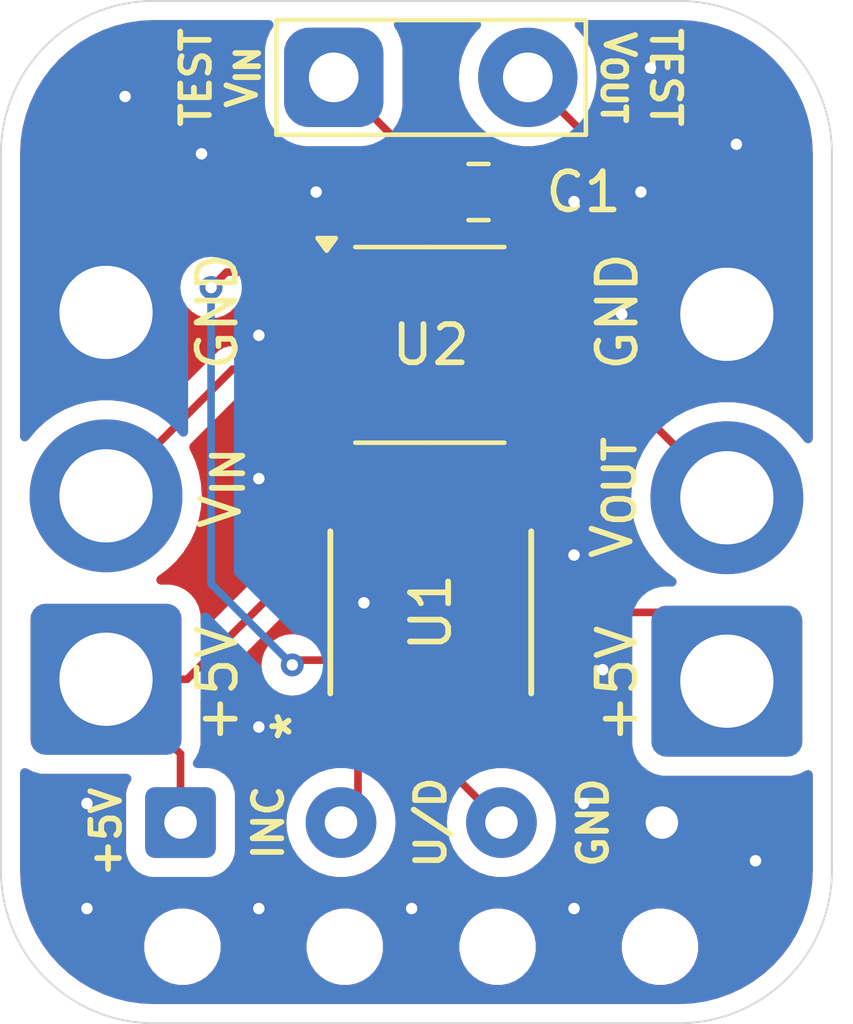
<source format=kicad_pcb>
(kicad_pcb (version 20240108) (generator "pcbnew") (generator_version "8.0")
  (layers (0 "F.Cu" signal) (31 "B.Cu" signal) (34 "B.Paste" user) (35 "F.Paste" user) (36 "B.SilkS" user "B.Silkscreen") (37 "F.SilkS" user "F.Silkscreen") (38 "B.Mask" user) (39 "F.Mask" user) (44 "Edge.Cuts" user))
  (net 0 "")
  (net 1 "GND")
  (net 2 "+5V")
  (net 3 "V_{IN}")
  (net 4 "V_{OUT}")
  (net 5 "U{slash}D")
  (net 6 "INC")
  (net 7 "Net-(U1-VW{slash}RW)")
  (net 8 "Net-(U1-VH{slash}RH)")
  (footprint "MountingHole:MountingHole_1.5mm" (layer "F.Cu") (at 113.75 88.5 90)
    (property "Reference" "INC" (at 3.25 -2 -90) (layer "F.SilkS") (effects (font (size 0.75 0.75))))
    (property "Value" "MountingHole" (hide yes))
    (pad "" np_thru_hole circle (at 0 0 90) (size 1.5 1.5) (drill 1.5) (layers "F&B.Cu" "*.Mask"))
  )
  (footprint "Connector_Wire:SolderWire-0.75sqmm_1x03_P4.8mm_D1.25mm_OD2.3mm" (layer "F.Cu") (at 107.5 81.5 90)
    (property "Reference" "V_{IN}" (at 5 3 90) (layer "F.SilkS"))
    (property "Value" "Pigtail In")
    (pad "1" thru_hole roundrect (at 0 0 90) (size 3.95 3.95) (drill 2.44) (layers "*.Cu" "*.Mask") (roundrect_rratio 0.098039) (net 2 "+5V"))
    (pad "2" thru_hole circle (at 4.8 0 90) (size 4 4) (drill 2.44) (layers "*.Cu" "*.Mask") (net 3 "V_{IN}"))
    (pad "3" thru_hole circle (at 9.6 0 90) (size 4 4) (drill 2.44) (layers "*.Cu" "*.Mask") (net 1 "GND"))
  )
  (footprint "X9C103SZT1:X9C103SZT1_REN" (layer "F.Cu") (at 116 79.75 90)
    (property "Reference" "U1" (at 0 0 90) (layer "F.SilkS"))
    (property "Value" "X9C103SZT1")
    (fp_line (start 2.1209 -2.6289) (end -2.1209 -2.6289) (stroke (width 0.1524)) (layer "F.SilkS"))
    (fp_line (start -2.1209 2.6289) (end 2.1209 2.6289) (stroke (width 0.1524)) (layer "F.SilkS"))
    (fp_text user "*" (at -2.97815 -3.6068 90) (layer "F.SilkS"))
    (fp_text user "*" (at -2.97815 -3.6068 -90) (layer "F.SilkS"))
    (pad "1" smd rect (at -2.72415 -1.905 90) (size 1.4605 0.5588) (layers "F.Cu" "F.Paste" "F.Mask") (net 6 "INC"))
    (pad "2" smd rect (at -2.72415 -0.635 90) (size 1.4605 0.5588) (layers "F.Cu" "F.Paste" "F.Mask") (net 5 "U{slash}D"))
    (pad "3" smd rect (at -2.72415 0.635 90) (size 1.4605 0.5588) (layers "F.Cu" "F.Paste" "F.Mask") (net 8 "Net-(U1-VH{slash}RH)"))
    (pad "4" smd rect (at -2.72415 1.905 90) (size 1.4605 0.5588) (layers "F.Cu" "F.Paste" "F.Mask") (net 1 "GND"))
    (pad "5" smd rect (at 2.72415 1.905 90) (size 1.4605 0.5588) (layers "F.Cu" "F.Paste" "F.Mask") (net 7 "Net-(U1-VW{slash}RW)"))
    (pad "6" smd rect (at 2.72415 0.635 90) (size 1.4605 0.5588) (layers "F.Cu" "F.Paste" "F.Mask") (net 1 "GND"))
    (pad "7" smd rect (at 2.72415 -0.635 90) (size 1.4605 0.5588) (layers "F.Cu" "F.Paste" "F.Mask") (net 1 "GND"))
    (pad "8" smd rect (at 2.72415 -1.905 90) (size 1.4605 0.5588) (layers "F.Cu" "F.Paste" "F.Mask") (net 2 "+5V"))
  )
  (footprint "Capacitor_SMD:C_0805_2012Metric" (layer "F.Cu") (at 117.25 68.75)
    (property "Reference" "C1" (at 2.75 0 0) (layer "F.SilkS"))
    (property "Value" "0.1µF")
    (fp_line (start -0.261252 -0.735) (end 0.261252 -0.735) (stroke (width 0.12)) (layer "F.SilkS"))
    (fp_line (start -0.261252 0.735) (end 0.261252 0.735) (stroke (width 0.12)) (layer "F.SilkS"))
    (pad "1" smd roundrect (at -0.95 0) (size 1 1.45) (layers "F.Cu" "F.Paste" "F.Mask") (net 2 "+5V"))
    (pad "2" smd roundrect (at 0.95 0) (size 1 1.45) (layers "F.Cu" "F.Paste" "F.Mask") (net 1 "GND"))
  )
  (footprint "Connector_Wire:SolderWire-0.25sqmm_1x04_P4.2mm_D0.65mm_OD1.7mm" (layer "F.Cu") (at 109.45 85.25)
    (property "Reference" "J3" (hide yes))
    (property "Value" "Pi Connections")
    (pad "1" thru_hole roundrect (at 0 0) (size 1.85 1.85) (drill 0.85) (layers "*.Cu" "*.Mask") (roundrect_rratio 0.135135) (net 2 "+5V"))
    (pad "2" thru_hole circle (at 4.2 0) (size 1.85 1.85) (drill 0.85) (layers "*.Cu" "*.Mask") (net 6 "INC"))
    (pad "3" thru_hole circle (at 8.4 0) (size 1.85 1.85) (drill 0.85) (layers "*.Cu" "*.Mask") (net 5 "U{slash}D"))
    (pad "4" thru_hole circle (at 12.6 0) (size 1.85 1.85) (drill 0.85) (layers "*.Cu" "*.Mask") (net 1 "GND"))
  )
  (footprint "MountingHole:MountingHole_1.5mm" (layer "F.Cu") (at 117.75 88.5 90)
    (property "Reference" "U/D" (at 3.25 -1.75 -90) (layer "F.SilkS") (effects (font (size 0.75 0.75))))
    (property "Value" "MountingHole" (hide yes))
    (pad "" np_thru_hole circle (at 0 0 90) (size 1.5 1.5) (drill 1.5) (layers "F&B.Cu" "*.Mask"))
  )
  (footprint "MountingHole:MountingHole_1.5mm" (layer "F.Cu") (at 122 88.5 90)
    (property "Reference" "GND" (at 3.25 -1.75 -90) (layer "F.SilkS") (effects (font (size 0.75 0.75))))
    (property "Value" "MountingHole" (hide yes))
    (pad "" np_thru_hole circle (at 0 0 90) (size 1.5 1.5) (drill 1.5) (layers "F&B.Cu" "*.Mask"))
  )
  (footprint "Package_SO:SOIC-8_3.9x4.9mm_P1.27mm" (layer "F.Cu") (at 115.975 72.75)
    (property "Reference" "U2" (at 0.025 0 0) (layer "F.SilkS"))
    (property "Value" "TL082")
    (fp_line (start 0 -2.56) (end -1.95 -2.56) (stroke (width 0.12)) (layer "F.SilkS"))
    (fp_line (start 0 -2.56) (end 1.95 -2.56) (stroke (width 0.12)) (layer "F.SilkS"))
    (fp_line (start 0 2.56) (end -1.95 2.56) (stroke (width 0.12)) (layer "F.SilkS"))
    (fp_line (start 0 2.56) (end 1.95 2.56) (stroke (width 0.12)) (layer "F.SilkS"))
    (fp_poly (pts (xy -2.7 -2.465) (xy -2.94 -2.795) (xy -2.46 -2.795) (xy -2.7 -2.465)) (stroke (width 0.12)) (fill solid) (layer "F.SilkS"))
    (pad "1" smd roundrect (at -2.475 -1.905) (size 1.95 0.6) (layers "F.Cu" "F.Paste" "F.Mask") (net 8 "Net-(U1-VH{slash}RH)"))
    (pad "2" smd roundrect (at -2.475 -0.635) (size 1.95 0.6) (layers "F.Cu" "F.Paste" "F.Mask") (net 8 "Net-(U1-VH{slash}RH)"))
    (pad "3" smd roundrect (at -2.475 0.635) (size 1.95 0.6) (layers "F.Cu" "F.Paste" "F.Mask") (net 3 "V_{IN}"))
    (pad "4" smd roundrect (at -2.475 1.905) (size 1.95 0.6) (layers "F.Cu" "F.Paste" "F.Mask") (net 1 "GND"))
    (pad "5" smd roundrect (at 2.475 1.905) (size 1.95 0.6) (layers "F.Cu" "F.Paste" "F.Mask") (net 7 "Net-(U1-VW{slash}RW)"))
    (pad "6" smd roundrect (at 2.475 0.635) (size 1.95 0.6) (layers "F.Cu" "F.Paste" "F.Mask") (net 4 "V_{OUT}"))
    (pad "7" smd roundrect (at 2.475 -0.635) (size 1.95 0.6) (layers "F.Cu" "F.Paste" "F.Mask") (net 4 "V_{OUT}"))
    (pad "8" smd roundrect (at 2.475 -1.905) (size 1.95 0.6) (layers "F.Cu" "F.Paste" "F.Mask") (net 2 "+5V"))
  )
  (footprint "TestPoint:TestPoint_2Pads_Pitch5.08mm_Drill1.3mm" (layer "F.Cu") (at 113.46 65.75)
    (property "Reference" "TP1" (hide yes))
    (property "Value" "Test Point")
    (fp_line (start -1.5 -1.5) (end -1.5 1.5) (stroke (width 0.12)) (layer "F.SilkS"))
    (fp_line (start -1.5 -1.5) (end 6.6 -1.5) (stroke (width 0.12)) (layer "F.SilkS"))
    (fp_line (start 6.6 1.5) (end -1.5 1.5) (stroke (width 0.12)) (layer "F.SilkS"))
    (fp_line (start 6.6 1.5) (end 6.6 -1.5) (stroke (width 0.12)) (layer "F.SilkS"))
    (pad "1" thru_hole roundrect (at 0 0) (size 2.6 2.6) (drill 1.3) (layers "*.Cu" "*.Mask") (net 3 "V_{IN}"))
    (pad "2" thru_hole circle (at 5.08 0) (size 2.6 2.6) (drill 1.3) (layers "*.Cu" "*.Mask") (net 4 "V_{OUT}"))
  )
  (footprint "MountingHole:MountingHole_1.5mm" (layer "F.Cu") (at 109.5 88.5 90)
    (property "Reference" "+5V" (at 3 -2 -90) (layer "F.SilkS") (effects (font (size 0.75 0.75))))
    (property "Value" "MountingHole" (hide yes))
    (pad "" np_thru_hole circle (at 0 0 90) (size 1.5 1.5) (drill 1.5) (layers "F&B.Cu" "*.Mask"))
  )
  (footprint "Connector_Wire:SolderWire-0.75sqmm_1x03_P4.8mm_D1.25mm_OD2.3mm" (layer "F.Cu") (at 123.75 81.55 90)
    (property "Reference" "V_{OUT}" (at 4.8 -3 -90) (layer "F.SilkS"))
    (property "Value" "Pigtail Out")
    (pad "1" thru_hole roundrect (at 0 0 90) (size 3.95 3.95) (drill 2.44) (layers "*.Cu" "*.Mask") (roundrect_rratio 0.098039) (net 2 "+5V"))
    (pad "2" thru_hole circle (at 4.8 0 90) (size 4 4) (drill 2.44) (layers "*.Cu" "*.Mask") (net 4 "V_{OUT}"))
    (pad "3" thru_hole circle (at 9.6 0 90) (size 4 4) (drill 2.44) (layers "*.Cu" "*.Mask") (net 1 "GND"))
  )
  (gr_line (start 122.5 90.5) (end 108.75 90.5) (stroke (width 0.05)) (layer "Edge.Cuts"))
  (gr_line (start 104.75 86.5) (end 104.75 67.75) (stroke (width 0.05)) (layer "Edge.Cuts"))
  (gr_line (start 126.5 67.75) (end 126.5 86.5) (stroke (width 0.05)) (layer "Edge.Cuts"))
  (gr_line (start 108.75 63.75) (end 122.5 63.75) (stroke (width 0.05)) (layer "Edge.Cuts"))
  (gr_arc (start 126.5 86.5) (mid 125.328427 89.328427) (end 122.5 90.5) (stroke (width 0.05)) (layer "Edge.Cuts"))
  (gr_arc (start 122.5 63.75) (mid 125.328427 64.921573) (end 126.5 67.75) (stroke (width 0.05)) (layer "Edge.Cuts"))
  (gr_arc (start 104.75 67.75) (mid 105.921573 64.921573) (end 108.75 63.75) (stroke (width 0.05)) (layer "Edge.Cuts"))
  (gr_arc (start 108.75 90.5) (mid 105.921573 89.328427) (end 104.75 86.5) (stroke (width 0.05)) (layer "Edge.Cuts"))
  (gr_text "GND" (at 121.47 73.5 90) (layer "F.SilkS") (effects (font (size 1 1)) (justify left bottom)))
  (gr_text "+5V" (at 121.47 83.25 90) (layer "F.SilkS") (effects (font (size 1 1)) (justify left bottom)))
  (gr_text "GND" (at 111 73.5 90) (layer "F.SilkS") (effects (font (size 1 1)) (justify left bottom)))
  (gr_text "TEST\nV_{OUT}" (at 120.5 65.75 270) (layer "F.SilkS") (effects (font (size 0.75 0.75) (thickness 0.15) (bold yes)) (justify bottom)))
  (gr_text "TEST\nV_{IN}" (at 111.5 65.75 90) (layer "F.SilkS") (effects (font (size 0.75 0.75) (thickness 0.15) (bold yes)) (justify bottom)))
  (gr_text "+5V" (at 111 83.25 90) (layer "F.SilkS") (effects (font (size 1 1)) (justify left bottom)))
  (segment (start 111.5 72.5) (end 111.25 72.25) (width 0.2) (layer "F.Cu") (net 1))
  (segment (start 119.27585 82.47415) (end 120.5 81.25) (width 0.2) (layer "F.Cu") (net 1))
  (segment (start 111.905 76.25) (end 113.5 74.655) (width 0.2) (layer "F.Cu") (net 1))
  (segment (start 115.365 77.02585) (end 116.635 77.02585) (width 0.2) (layer "F.Cu") (net 1))
  (segment (start 116.58915 78.25) (end 119.75 78.25) (width 0.2) (layer "F.Cu") (net 1))
  (segment (start 118.2 68.75) (end 119.5 68.75) (width 0.2) (layer "F.Cu") (net 1))
  (segment (start 122.15 71.95) (end 123.75 71.95) (width 0.2) (layer "F.Cu") (net 1))
  (segment (start 117.905 82.47415) (end 119.27415 82.47415) (width 0.2) (layer "F.Cu") (net 1))
  (segment (start 115.365 77.02585) (end 116.58915 78.25) (width 0.2) (layer "F.Cu") (net 1))
  (segment (start 107.85 72.25) (end 107.5 71.9) (width 0.2) (layer "F.Cu") (net 1))
  (segment (start 119.5 68.75) (end 119.75 69) (width 0.2) (layer "F.Cu") (net 1))
  (segment (start 111.5 76.25) (end 111.905 76.25) (width 0.2) (layer "F.Cu") (net 1))
  (segment (start 119.27415 82.47415) (end 122.05 85.25) (width 0.2) (layer "F.Cu") (net 1))
  (segment (start 117.905 82.47415) (end 119.27585 82.47415) (width 0.2) (layer "F.Cu") (net 1))
  (segment (start 121 71.95) (end 123.75 71.95) (width 0.2) (layer "F.Cu") (net 1))
  (segment (start 111.25 72.25) (end 107.85 72.25) (width 0.2) (layer "F.Cu") (net 1))
  (via (at 115.5 87.5) (size 0.6) (drill 0.3) (layers "F.Cu" "B.Cu") (net 1))
  (via (at 121.5 68.75) (size 0.6) (drill 0.3) (layers "F.Cu" "B.Cu") (net 1))
  (via (at 113 68.75) (size 0.6) (drill 0.3) (layers "F.Cu" "B.Cu") (net 1))
  (via (at 107 87.5) (size 0.6) (drill 0.3) (layers "F.Cu" "B.Cu") (net 1))
  (via (at 119.75 78.25) (size 0.6) (drill 0.3) (layers "F.Cu" "B.Cu") (net 1))
  (via (at 110 67.75) (size 0.6) (drill 0.3) (layers "F.Cu" "B.Cu") (net 1))
  (via (at 111.5 76.25) (size 0.6) (drill 0.3) (layers "F.Cu" "B.Cu") (net 1))
  (via (at 119.75 87.5) (size 0.6) (drill 0.3) (layers "F.Cu" "B.Cu") (net 1))
  (via (at 120 84.75) (size 0.6) (drill 0.3) (layers "F.Cu" "B.Cu") (net 1))
  (via (at 124 67.5) (size 0.6) (drill 0.3) (layers "F.Cu" "B.Cu") (net 1))
  (via (at 111.5 72.5) (size 0.6) (drill 0.3) (layers "F.Cu" "B.Cu") (net 1))
  (via (at 108 66.25) (size 0.6) (drill 0.3) (layers "F.Cu" "B.Cu") (net 1))
  (via (at 119.75 69) (size 0.6) (drill 0.3) (layers "F.Cu" "B.Cu") (net 1))
  (via (at 111.5 82.75) (size 0.6) (drill 0.3) (layers "F.Cu" "B.Cu") (net 1))
  (via (at 120.5 81.25) (size 0.6) (drill 0.3) (layers "F.Cu" "B.Cu") (net 1))
  (via (at 114.25 79.5) (size 0.6) (drill 0.3) (layers "F.Cu" "B.Cu") (net 1))
  (via (at 121 71.95) (size 0.6) (drill 0.3) (layers "F.Cu" "B.Cu") (net 1))
  (via (at 121.75 65.5) (size 0.6) (drill 0.3) (layers "F.Cu" "B.Cu") (net 1))
  (via (at 107 84.75) (size 0.6) (drill 0.3) (layers "F.Cu" "B.Cu") (net 1))
  (via (at 111.5 87.5) (size 0.6) (drill 0.3) (layers "F.Cu" "B.Cu") (net 1))
  (via (at 124.5 86.25) (size 0.6) (drill 0.3) (layers "F.Cu" "B.Cu") (net 1))
  (segment (start 119.75 76.75) (end 117.75 74.75) (width 0.2) (layer "B.Cu") (net 1))
  (segment (start 120.5 81.25) (end 119.75 80.5) (width 0.2) (layer "B.Cu") (net 1))
  (segment (start 119.75 78.25) (end 119.75 76.75) (width 0.2) (layer "B.Cu") (net 1))
  (segment (start 119.75 69.5) (end 119.75 69) (width 0.2) (layer "B.Cu") (net 1))
  (segment (start 121 71.95) (end 121 70.75) (width 0.2) (layer "B.Cu") (net 1))
  (segment (start 117.75 74.75) (end 116.25 76.25) (width 0.2) (layer "B.Cu") (net 1))
  (segment (start 116.25 76.25) (end 111.5 76.25) (width 0.2) (layer "B.Cu") (net 1))
  (segment (start 119.75 80.5) (end 119.75 78.25) (width 0.2) (layer "B.Cu") (net 1))
  (segment (start 121 71.95) (end 120.55 71.95) (width 0.2) (layer "B.Cu") (net 1))
  (segment (start 120.55 71.95) (end 117.75 74.75) (width 0.2) (layer "B.Cu") (net 1))
  (segment (start 111.5 72.5) (end 111.5 76.25) (width 0.2) (layer "B.Cu") (net 1))
  (segment (start 121 70.75) (end 119.75 69.5) (width 0.2) (layer "B.Cu") (net 1))
  (segment (start 114.095 76.155) (end 114.095 77.02585) (width 0.2) (layer "F.Cu") (net 2))
  (segment (start 116.3 68.75) (end 118.395 70.845) (width 0.2) (layer "F.Cu") (net 2))
  (segment (start 107.5 81.5) (end 109.62085 81.5) (width 0.2) (layer "F.Cu") (net 2))
  (segment (start 109.45 85.25) (end 109.45 83.45) (width 0.2) (layer "F.Cu") (net 2))
  (segment (start 109.62085 81.5) (end 114.095 77.02585) (width 0.2) (layer "F.Cu") (net 2))
  (segment (start 117.475001 70.845) (end 116 72.320001) (width 0.2) (layer "F.Cu") (net 2))
  (segment (start 116 72.320001) (end 116 74.25) (width 0.2) (layer "F.Cu") (net 2))
  (segment (start 114.095 77.595) (end 114.095 77.02585) (width 0.2) (layer "F.Cu") (net 2))
  (segment (start 121.95 79.75) (end 116.25 79.75) (width 0.2) (layer "F.Cu") (net 2))
  (segment (start 116.25 79.75) (end 114.095 77.595) (width 0.2) (layer "F.Cu") (net 2))
  (segment (start 118.45 70.845) (end 117.475001 70.845) (width 0.2) (layer "F.Cu") (net 2))
  (segment (start 123.75 81.55) (end 121.95 79.75) (width 0.2) (layer "F.Cu") (net 2))
  (segment (start 109.45 83.45) (end 107.5 81.5) (width 0.2) (layer "F.Cu") (net 2))
  (segment (start 116 74.25) (end 114.095 76.155) (width 0.2) (layer "F.Cu") (net 2))
  (segment (start 118.395 70.845) (end 118.45 70.845) (width 0.2) (layer "F.Cu") (net 2))
  (segment (start 115.25 67.54) (end 115.25 72.609999) (width 0.2) (layer "F.Cu") (net 3))
  (segment (start 114.474999 73.385) (end 113.5 73.385) (width 0.2) (layer "F.Cu") (net 3))
  (segment (start 115.25 72.609999) (end 114.474999 73.385) (width 0.2) (layer "F.Cu") (net 3))
  (segment (start 113.46 65.75) (end 115.25 67.54) (width 0.2) (layer "F.Cu") (net 3))
  (segment (start 107.5 76.7) (end 110.815 73.385) (width 0.2) (layer "F.Cu") (net 3))
  (segment (start 110.815 73.385) (end 113.5 73.385) (width 0.2) (layer "F.Cu") (net 3))
  (segment (start 118.45 72.115) (end 118.45 73.385) (width 0.2) (layer "F.Cu") (net 4))
  (segment (start 120.5 67.71) (end 120.5 71.25) (width 0.2) (layer "F.Cu") (net 4))
  (segment (start 118.45 73.385) (end 120.385 73.385) (width 0.2) (layer "F.Cu") (net 4))
  (segment (start 118.54 65.75) (end 120.5 67.71) (width 0.2) (layer "F.Cu") (net 4))
  (segment (start 120.5 71.25) (end 119.635 72.115) (width 0.2) (layer "F.Cu") (net 4))
  (segment (start 120.385 73.385) (end 123.75 76.75) (width 0.2) (layer "F.Cu") (net 4))
  (segment (start 119.635 72.115) (end 118.45 72.115) (width 0.2) (layer "F.Cu") (net 4))
  (segment (start 115.365 82.47415) (end 115.365 82.765) (width 0.2) (layer "F.Cu") (net 5))
  (segment (start 115.365 82.765) (end 117.85 85.25) (width 0.2) (layer "F.Cu") (net 5))
  (segment (start 114.095 82.47415) (end 114.095 84.805) (width 0.2) (layer "F.Cu") (net 6))
  (segment (start 114.095 84.805) (end 113.65 85.25) (width 0.2) (layer "F.Cu") (net 6))
  (segment (start 117.905 77.02585) (end 117.905 75.2) (width 0.2) (layer "F.Cu") (net 7))
  (segment (start 117.905 75.2) (end 118.45 74.655) (width 0.2) (layer "F.Cu") (net 7))
  (segment (start 113.5 72.115) (end 113.5 70.845) (width 0.2) (layer "F.Cu") (net 8))
  (segment (start 116.635 82.0233) (end 116.635 82.47415) (width 0.2) (layer "F.Cu") (net 8))
  (segment (start 112.375 81.125) (end 112.5 81) (width 0.2) (layer "F.Cu") (net 8))
  (segment (start 110.655 70.845) (end 113.5 70.845) (width 0.2) (layer "F.Cu") (net 8))
  (segment (start 115.6117 81) (end 116.635 82.0233) (width 0.2) (layer "F.Cu") (net 8))
  (segment (start 110.25 71.25) (end 110.655 70.845) (width 0.2) (layer "F.Cu") (net 8))
  (segment (start 112.5 81) (end 115.6117 81) (width 0.2) (layer "F.Cu") (net 8))
  (via (at 110.25 71.25) (size 0.6) (drill 0.3) (layers "F.Cu" "B.Cu") (net 8))
  (via (at 112.375 81.125) (size 0.6) (drill 0.3) (layers "F.Cu" "B.Cu") (net 8))
  (segment (start 110.25 71.25) (end 110.25 79) (width 0.2) (layer "B.Cu") (net 8))
  (segment (start 110.25 79) (end 112.375 81.125) (width 0.2) (layer "B.Cu") (net 8))
  (zone (net 1) (net_name "GND") (layers "F&B.Cu") (connect_pads yes (clearance 0.5)) (min_thickness 0.25) (fill yes (thermal_gap 0.5) (thermal_bridge_width 0.5))
    (polygon (pts (xy 104.75 63.75) (xy 126.5 63.75) (xy 126.5 90.5) (xy 104.75 90.5)))
  )
)
</source>
